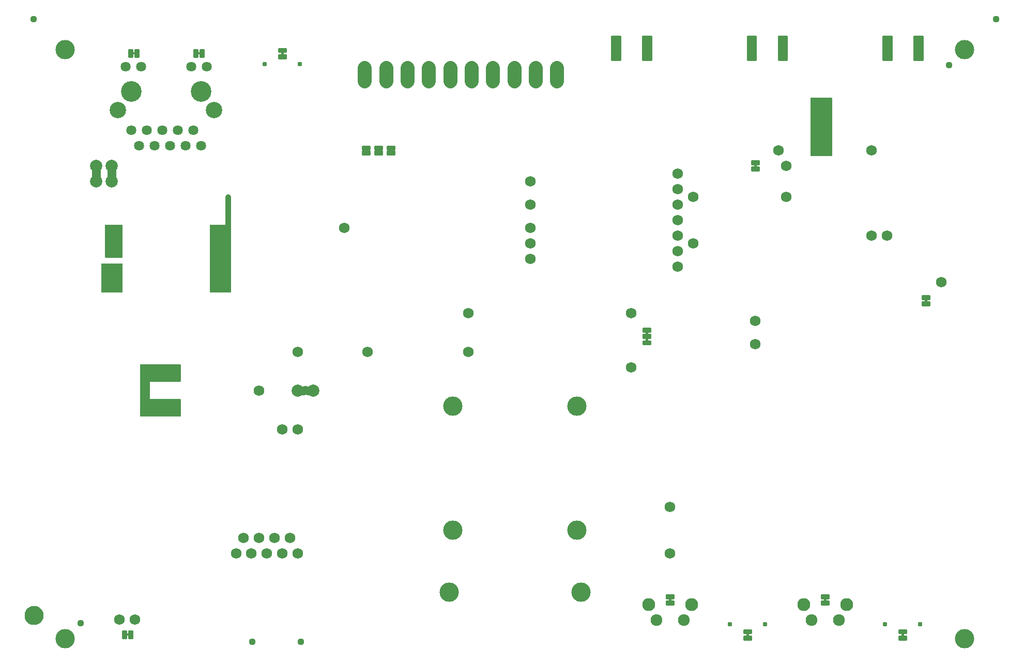
<source format=gbs>
G04 EAGLE Gerber RS-274X export*
G75*
%MOMM*%
%FSLAX34Y34*%
%LPD*%
%INSoldermask Bottom*%
%IPPOS*%
%AMOC8*
5,1,8,0,0,1.08239X$1,22.5*%
G01*
%ADD10C,0.965200*%
%ADD11C,1.127000*%
%ADD12C,3.175000*%
%ADD13C,0.777000*%
%ADD14C,0.228344*%
%ADD15C,1.727000*%
%ADD16C,0.227778*%
%ADD17C,3.377000*%
%ADD18C,2.677000*%
%ADD19C,1.627000*%
%ADD20C,0.228600*%
%ADD21C,2.006600*%
%ADD22C,2.327000*%
%ADD23C,1.927000*%
%ADD24C,2.127000*%
%ADD25C,1.270000*%

G36*
X213418Y388883D02*
X213418Y388883D01*
X213476Y388881D01*
X213558Y388903D01*
X213642Y388915D01*
X213695Y388939D01*
X213751Y388953D01*
X213824Y388996D01*
X213901Y389031D01*
X213946Y389069D01*
X213996Y389099D01*
X214054Y389160D01*
X214118Y389215D01*
X214150Y389263D01*
X214190Y389306D01*
X214229Y389381D01*
X214276Y389451D01*
X214293Y389507D01*
X214320Y389559D01*
X214331Y389627D01*
X214361Y389722D01*
X214364Y389822D01*
X214375Y389890D01*
X214375Y416560D01*
X214367Y416618D01*
X214369Y416676D01*
X214347Y416758D01*
X214335Y416842D01*
X214312Y416895D01*
X214297Y416951D01*
X214254Y417024D01*
X214219Y417101D01*
X214181Y417146D01*
X214152Y417196D01*
X214090Y417254D01*
X214036Y417318D01*
X213987Y417350D01*
X213944Y417390D01*
X213869Y417429D01*
X213799Y417476D01*
X213743Y417493D01*
X213691Y417520D01*
X213623Y417531D01*
X213528Y417561D01*
X213428Y417564D01*
X213360Y417575D01*
X163575Y417575D01*
X163575Y446025D01*
X213360Y446025D01*
X213418Y446033D01*
X213476Y446031D01*
X213558Y446053D01*
X213642Y446065D01*
X213695Y446089D01*
X213751Y446103D01*
X213824Y446146D01*
X213901Y446181D01*
X213946Y446219D01*
X213996Y446249D01*
X214054Y446310D01*
X214118Y446365D01*
X214150Y446413D01*
X214190Y446456D01*
X214229Y446531D01*
X214276Y446601D01*
X214293Y446657D01*
X214320Y446709D01*
X214331Y446777D01*
X214361Y446872D01*
X214364Y446972D01*
X214375Y447040D01*
X214375Y473710D01*
X214367Y473768D01*
X214369Y473826D01*
X214347Y473908D01*
X214335Y473992D01*
X214312Y474045D01*
X214297Y474101D01*
X214254Y474174D01*
X214219Y474251D01*
X214181Y474296D01*
X214152Y474346D01*
X214090Y474404D01*
X214036Y474468D01*
X213987Y474500D01*
X213944Y474540D01*
X213869Y474579D01*
X213799Y474626D01*
X213743Y474643D01*
X213691Y474670D01*
X213623Y474681D01*
X213528Y474711D01*
X213428Y474714D01*
X213360Y474725D01*
X148590Y474725D01*
X148532Y474717D01*
X148474Y474719D01*
X148392Y474697D01*
X148309Y474685D01*
X148255Y474662D01*
X148199Y474647D01*
X148126Y474604D01*
X148049Y474569D01*
X148004Y474531D01*
X147954Y474502D01*
X147896Y474440D01*
X147832Y474386D01*
X147800Y474337D01*
X147760Y474294D01*
X147721Y474219D01*
X147675Y474149D01*
X147657Y474093D01*
X147630Y474041D01*
X147619Y473973D01*
X147589Y473878D01*
X147586Y473778D01*
X147575Y473710D01*
X147575Y389890D01*
X147583Y389832D01*
X147581Y389774D01*
X147603Y389692D01*
X147615Y389609D01*
X147639Y389555D01*
X147653Y389499D01*
X147696Y389426D01*
X147731Y389349D01*
X147769Y389304D01*
X147799Y389254D01*
X147860Y389196D01*
X147915Y389132D01*
X147963Y389100D01*
X148006Y389060D01*
X148081Y389021D01*
X148151Y388975D01*
X148207Y388957D01*
X148259Y388930D01*
X148327Y388919D01*
X148422Y388889D01*
X148522Y388886D01*
X148590Y388875D01*
X213360Y388875D01*
X213418Y388883D01*
G37*
G36*
X295968Y592083D02*
X295968Y592083D01*
X296026Y592081D01*
X296108Y592103D01*
X296192Y592115D01*
X296245Y592139D01*
X296301Y592153D01*
X296374Y592196D01*
X296451Y592231D01*
X296496Y592269D01*
X296546Y592299D01*
X296604Y592360D01*
X296668Y592415D01*
X296700Y592463D01*
X296740Y592506D01*
X296779Y592581D01*
X296826Y592651D01*
X296843Y592707D01*
X296870Y592759D01*
X296881Y592827D01*
X296911Y592922D01*
X296914Y593022D01*
X296925Y593090D01*
X296925Y702310D01*
X296917Y702368D01*
X296919Y702426D01*
X296897Y702508D01*
X296885Y702592D01*
X296862Y702645D01*
X296847Y702701D01*
X296804Y702774D01*
X296769Y702851D01*
X296731Y702896D01*
X296702Y702946D01*
X296640Y703004D01*
X296586Y703068D01*
X296537Y703100D01*
X296494Y703140D01*
X296419Y703179D01*
X296349Y703226D01*
X296293Y703243D01*
X296241Y703270D01*
X296173Y703281D01*
X296078Y703311D01*
X295978Y703314D01*
X295910Y703325D01*
X262890Y703325D01*
X262832Y703317D01*
X262774Y703319D01*
X262692Y703297D01*
X262609Y703285D01*
X262555Y703262D01*
X262499Y703247D01*
X262426Y703204D01*
X262349Y703169D01*
X262304Y703131D01*
X262254Y703102D01*
X262196Y703040D01*
X262132Y702986D01*
X262100Y702937D01*
X262060Y702894D01*
X262021Y702819D01*
X261975Y702749D01*
X261957Y702693D01*
X261930Y702641D01*
X261919Y702573D01*
X261889Y702478D01*
X261886Y702378D01*
X261875Y702310D01*
X261875Y593090D01*
X261883Y593032D01*
X261881Y592974D01*
X261903Y592892D01*
X261915Y592809D01*
X261939Y592755D01*
X261953Y592699D01*
X261996Y592626D01*
X262031Y592549D01*
X262069Y592504D01*
X262099Y592454D01*
X262160Y592396D01*
X262215Y592332D01*
X262263Y592300D01*
X262306Y592260D01*
X262381Y592221D01*
X262451Y592175D01*
X262507Y592157D01*
X262559Y592130D01*
X262627Y592119D01*
X262722Y592089D01*
X262822Y592086D01*
X262890Y592075D01*
X295910Y592075D01*
X295968Y592083D01*
G37*
G36*
X1280218Y815603D02*
X1280218Y815603D01*
X1280276Y815601D01*
X1280358Y815623D01*
X1280442Y815635D01*
X1280495Y815659D01*
X1280551Y815673D01*
X1280624Y815716D01*
X1280701Y815751D01*
X1280746Y815789D01*
X1280796Y815819D01*
X1280854Y815880D01*
X1280918Y815935D01*
X1280950Y815983D01*
X1280990Y816026D01*
X1281029Y816101D01*
X1281076Y816171D01*
X1281093Y816227D01*
X1281120Y816279D01*
X1281131Y816347D01*
X1281161Y816442D01*
X1281164Y816542D01*
X1281175Y816610D01*
X1281175Y910590D01*
X1281167Y910648D01*
X1281169Y910706D01*
X1281147Y910788D01*
X1281135Y910872D01*
X1281112Y910925D01*
X1281097Y910981D01*
X1281054Y911054D01*
X1281019Y911131D01*
X1280981Y911176D01*
X1280952Y911226D01*
X1280890Y911284D01*
X1280836Y911348D01*
X1280787Y911380D01*
X1280744Y911420D01*
X1280669Y911459D01*
X1280599Y911506D01*
X1280543Y911523D01*
X1280491Y911550D01*
X1280423Y911561D01*
X1280328Y911591D01*
X1280228Y911594D01*
X1280160Y911605D01*
X1247140Y911605D01*
X1247082Y911597D01*
X1247024Y911599D01*
X1246942Y911577D01*
X1246859Y911565D01*
X1246805Y911542D01*
X1246749Y911527D01*
X1246676Y911484D01*
X1246599Y911449D01*
X1246554Y911411D01*
X1246504Y911382D01*
X1246446Y911320D01*
X1246382Y911266D01*
X1246350Y911217D01*
X1246310Y911174D01*
X1246271Y911099D01*
X1246225Y911029D01*
X1246207Y910973D01*
X1246180Y910921D01*
X1246169Y910853D01*
X1246139Y910758D01*
X1246136Y910658D01*
X1246125Y910590D01*
X1246125Y816610D01*
X1246133Y816552D01*
X1246131Y816494D01*
X1246153Y816412D01*
X1246165Y816329D01*
X1246189Y816275D01*
X1246203Y816219D01*
X1246246Y816146D01*
X1246281Y816069D01*
X1246319Y816024D01*
X1246349Y815974D01*
X1246410Y815916D01*
X1246465Y815852D01*
X1246513Y815820D01*
X1246556Y815780D01*
X1246631Y815741D01*
X1246701Y815695D01*
X1246757Y815677D01*
X1246809Y815650D01*
X1246877Y815639D01*
X1246972Y815609D01*
X1247072Y815606D01*
X1247140Y815595D01*
X1280160Y815595D01*
X1280218Y815603D01*
G37*
G36*
X118168Y592083D02*
X118168Y592083D01*
X118226Y592081D01*
X118308Y592103D01*
X118392Y592115D01*
X118445Y592139D01*
X118501Y592153D01*
X118574Y592196D01*
X118651Y592231D01*
X118696Y592269D01*
X118746Y592299D01*
X118804Y592360D01*
X118868Y592415D01*
X118900Y592463D01*
X118940Y592506D01*
X118979Y592581D01*
X119026Y592651D01*
X119043Y592707D01*
X119070Y592759D01*
X119081Y592827D01*
X119111Y592922D01*
X119114Y593022D01*
X119125Y593090D01*
X119125Y638810D01*
X119118Y638863D01*
X119119Y638893D01*
X119118Y638896D01*
X119119Y638926D01*
X119097Y639008D01*
X119085Y639092D01*
X119062Y639145D01*
X119047Y639201D01*
X119004Y639274D01*
X118969Y639351D01*
X118931Y639396D01*
X118902Y639446D01*
X118840Y639504D01*
X118786Y639568D01*
X118737Y639600D01*
X118694Y639640D01*
X118619Y639679D01*
X118549Y639726D01*
X118493Y639743D01*
X118441Y639770D01*
X118373Y639781D01*
X118278Y639811D01*
X118178Y639814D01*
X118110Y639825D01*
X85090Y639825D01*
X85032Y639817D01*
X84974Y639819D01*
X84892Y639797D01*
X84809Y639785D01*
X84755Y639762D01*
X84699Y639747D01*
X84626Y639704D01*
X84549Y639669D01*
X84504Y639631D01*
X84454Y639602D01*
X84396Y639540D01*
X84332Y639486D01*
X84300Y639437D01*
X84260Y639394D01*
X84221Y639319D01*
X84175Y639249D01*
X84157Y639193D01*
X84130Y639141D01*
X84119Y639073D01*
X84089Y638978D01*
X84086Y638878D01*
X84075Y638810D01*
X84075Y593090D01*
X84083Y593032D01*
X84081Y592974D01*
X84103Y592892D01*
X84115Y592809D01*
X84139Y592755D01*
X84153Y592699D01*
X84196Y592626D01*
X84231Y592549D01*
X84269Y592504D01*
X84299Y592454D01*
X84360Y592396D01*
X84415Y592332D01*
X84463Y592300D01*
X84506Y592260D01*
X84581Y592221D01*
X84651Y592175D01*
X84707Y592157D01*
X84759Y592130D01*
X84827Y592119D01*
X84922Y592089D01*
X85022Y592086D01*
X85090Y592075D01*
X118110Y592075D01*
X118168Y592083D01*
G37*
G36*
X118168Y649233D02*
X118168Y649233D01*
X118226Y649231D01*
X118308Y649253D01*
X118392Y649265D01*
X118445Y649289D01*
X118501Y649303D01*
X118574Y649346D01*
X118651Y649381D01*
X118696Y649419D01*
X118746Y649449D01*
X118804Y649510D01*
X118868Y649565D01*
X118900Y649613D01*
X118940Y649656D01*
X118979Y649731D01*
X119026Y649801D01*
X119043Y649857D01*
X119070Y649909D01*
X119081Y649977D01*
X119111Y650072D01*
X119114Y650172D01*
X119125Y650240D01*
X119125Y702310D01*
X119117Y702368D01*
X119119Y702426D01*
X119097Y702508D01*
X119085Y702592D01*
X119062Y702645D01*
X119047Y702701D01*
X119004Y702774D01*
X118969Y702851D01*
X118931Y702896D01*
X118902Y702946D01*
X118840Y703004D01*
X118786Y703068D01*
X118737Y703100D01*
X118694Y703140D01*
X118619Y703179D01*
X118549Y703226D01*
X118493Y703243D01*
X118441Y703270D01*
X118373Y703281D01*
X118278Y703311D01*
X118178Y703314D01*
X118110Y703325D01*
X91440Y703325D01*
X91382Y703317D01*
X91324Y703319D01*
X91242Y703297D01*
X91159Y703285D01*
X91105Y703262D01*
X91049Y703247D01*
X90976Y703204D01*
X90899Y703169D01*
X90854Y703131D01*
X90804Y703102D01*
X90746Y703040D01*
X90682Y702986D01*
X90650Y702937D01*
X90610Y702894D01*
X90571Y702819D01*
X90525Y702749D01*
X90507Y702693D01*
X90480Y702641D01*
X90469Y702573D01*
X90439Y702478D01*
X90436Y702378D01*
X90425Y702310D01*
X90425Y650240D01*
X90433Y650182D01*
X90431Y650124D01*
X90453Y650042D01*
X90465Y649959D01*
X90489Y649905D01*
X90503Y649849D01*
X90546Y649776D01*
X90581Y649699D01*
X90619Y649654D01*
X90649Y649604D01*
X90710Y649546D01*
X90765Y649482D01*
X90813Y649450D01*
X90856Y649410D01*
X90931Y649371D01*
X91001Y649325D01*
X91057Y649307D01*
X91109Y649280D01*
X91177Y649269D01*
X91272Y649239D01*
X91372Y649236D01*
X91440Y649225D01*
X118110Y649225D01*
X118168Y649233D01*
G37*
G36*
X82869Y784872D02*
X82869Y784872D01*
X82935Y784874D01*
X82978Y784892D01*
X83025Y784900D01*
X83082Y784934D01*
X83142Y784959D01*
X83177Y784990D01*
X83218Y785015D01*
X83260Y785066D01*
X83308Y785110D01*
X83330Y785152D01*
X83359Y785189D01*
X83380Y785251D01*
X83411Y785310D01*
X83419Y785364D01*
X83431Y785401D01*
X83430Y785441D01*
X83438Y785495D01*
X83438Y789305D01*
X83427Y789370D01*
X83425Y789436D01*
X83407Y789479D01*
X83399Y789526D01*
X83365Y789583D01*
X83340Y789643D01*
X83309Y789678D01*
X83284Y789719D01*
X83233Y789761D01*
X83189Y789809D01*
X83147Y789831D01*
X83110Y789860D01*
X83048Y789881D01*
X82989Y789912D01*
X82935Y789920D01*
X82898Y789932D01*
X82858Y789931D01*
X82804Y789939D01*
X69596Y789939D01*
X69531Y789928D01*
X69465Y789926D01*
X69422Y789908D01*
X69375Y789900D01*
X69318Y789866D01*
X69258Y789841D01*
X69223Y789810D01*
X69182Y789785D01*
X69141Y789734D01*
X69092Y789690D01*
X69070Y789648D01*
X69041Y789611D01*
X69020Y789549D01*
X68989Y789490D01*
X68981Y789436D01*
X68969Y789399D01*
X68969Y789395D01*
X68969Y789394D01*
X68970Y789359D01*
X68962Y789305D01*
X68962Y785495D01*
X68973Y785430D01*
X68975Y785364D01*
X68993Y785321D01*
X69001Y785274D01*
X69035Y785217D01*
X69060Y785157D01*
X69091Y785122D01*
X69116Y785081D01*
X69167Y785040D01*
X69211Y784991D01*
X69253Y784969D01*
X69290Y784940D01*
X69352Y784919D01*
X69411Y784888D01*
X69465Y784880D01*
X69502Y784868D01*
X69542Y784869D01*
X69596Y784861D01*
X82804Y784861D01*
X82869Y784872D01*
G37*
G36*
X108269Y784872D02*
X108269Y784872D01*
X108335Y784874D01*
X108378Y784892D01*
X108425Y784900D01*
X108482Y784934D01*
X108542Y784959D01*
X108577Y784990D01*
X108618Y785015D01*
X108660Y785066D01*
X108708Y785110D01*
X108730Y785152D01*
X108759Y785189D01*
X108780Y785251D01*
X108811Y785310D01*
X108819Y785364D01*
X108831Y785401D01*
X108830Y785441D01*
X108838Y785495D01*
X108838Y789305D01*
X108827Y789370D01*
X108825Y789436D01*
X108807Y789479D01*
X108799Y789526D01*
X108765Y789583D01*
X108740Y789643D01*
X108709Y789678D01*
X108684Y789719D01*
X108633Y789761D01*
X108589Y789809D01*
X108547Y789831D01*
X108510Y789860D01*
X108448Y789881D01*
X108389Y789912D01*
X108335Y789920D01*
X108298Y789932D01*
X108258Y789931D01*
X108204Y789939D01*
X94996Y789939D01*
X94931Y789928D01*
X94865Y789926D01*
X94822Y789908D01*
X94775Y789900D01*
X94718Y789866D01*
X94658Y789841D01*
X94623Y789810D01*
X94582Y789785D01*
X94541Y789734D01*
X94492Y789690D01*
X94470Y789648D01*
X94441Y789611D01*
X94420Y789549D01*
X94389Y789490D01*
X94381Y789436D01*
X94369Y789399D01*
X94369Y789395D01*
X94369Y789394D01*
X94370Y789359D01*
X94362Y789305D01*
X94362Y785495D01*
X94373Y785430D01*
X94375Y785364D01*
X94393Y785321D01*
X94401Y785274D01*
X94435Y785217D01*
X94460Y785157D01*
X94491Y785122D01*
X94516Y785081D01*
X94567Y785040D01*
X94611Y784991D01*
X94653Y784969D01*
X94690Y784940D01*
X94752Y784919D01*
X94811Y784888D01*
X94865Y784880D01*
X94902Y784868D01*
X94942Y784869D01*
X94996Y784861D01*
X108204Y784861D01*
X108269Y784872D01*
G37*
G36*
X421070Y424573D02*
X421070Y424573D01*
X421136Y424575D01*
X421179Y424593D01*
X421226Y424601D01*
X421283Y424635D01*
X421343Y424660D01*
X421378Y424691D01*
X421419Y424716D01*
X421461Y424767D01*
X421509Y424811D01*
X421531Y424853D01*
X421560Y424890D01*
X421581Y424952D01*
X421612Y425011D01*
X421620Y425065D01*
X421632Y425102D01*
X421631Y425142D01*
X421639Y425196D01*
X421639Y438404D01*
X421628Y438469D01*
X421626Y438535D01*
X421608Y438578D01*
X421600Y438625D01*
X421566Y438682D01*
X421541Y438742D01*
X421510Y438777D01*
X421485Y438818D01*
X421434Y438860D01*
X421390Y438908D01*
X421348Y438930D01*
X421311Y438959D01*
X421249Y438980D01*
X421190Y439011D01*
X421136Y439019D01*
X421099Y439031D01*
X421059Y439030D01*
X421005Y439038D01*
X417195Y439038D01*
X417130Y439027D01*
X417064Y439025D01*
X417021Y439007D01*
X416974Y438999D01*
X416917Y438965D01*
X416857Y438940D01*
X416822Y438909D01*
X416781Y438884D01*
X416740Y438833D01*
X416691Y438789D01*
X416669Y438747D01*
X416640Y438710D01*
X416619Y438648D01*
X416588Y438589D01*
X416580Y438535D01*
X416568Y438498D01*
X416569Y438458D01*
X416561Y438404D01*
X416561Y425196D01*
X416572Y425131D01*
X416574Y425065D01*
X416592Y425022D01*
X416600Y424975D01*
X416634Y424918D01*
X416659Y424858D01*
X416690Y424823D01*
X416715Y424782D01*
X416766Y424741D01*
X416810Y424692D01*
X416852Y424670D01*
X416889Y424641D01*
X416951Y424620D01*
X417010Y424589D01*
X417064Y424581D01*
X417101Y424569D01*
X417141Y424570D01*
X417195Y424562D01*
X421005Y424562D01*
X421070Y424573D01*
G37*
G36*
X1017335Y86372D02*
X1017335Y86372D01*
X1017401Y86374D01*
X1017444Y86392D01*
X1017491Y86400D01*
X1017548Y86434D01*
X1017608Y86459D01*
X1017643Y86490D01*
X1017684Y86515D01*
X1017726Y86566D01*
X1017774Y86610D01*
X1017796Y86652D01*
X1017825Y86689D01*
X1017846Y86751D01*
X1017877Y86810D01*
X1017885Y86864D01*
X1017897Y86901D01*
X1017896Y86941D01*
X1017904Y86995D01*
X1017904Y90805D01*
X1017893Y90870D01*
X1017891Y90936D01*
X1017873Y90979D01*
X1017865Y91026D01*
X1017831Y91083D01*
X1017806Y91143D01*
X1017775Y91178D01*
X1017750Y91219D01*
X1017699Y91261D01*
X1017655Y91309D01*
X1017613Y91331D01*
X1017576Y91360D01*
X1017514Y91381D01*
X1017455Y91412D01*
X1017401Y91420D01*
X1017364Y91432D01*
X1017324Y91431D01*
X1017270Y91439D01*
X1014730Y91439D01*
X1014665Y91428D01*
X1014599Y91426D01*
X1014556Y91408D01*
X1014509Y91400D01*
X1014452Y91366D01*
X1014392Y91341D01*
X1014357Y91310D01*
X1014316Y91285D01*
X1014275Y91234D01*
X1014226Y91190D01*
X1014204Y91148D01*
X1014175Y91111D01*
X1014154Y91049D01*
X1014123Y90990D01*
X1014115Y90936D01*
X1014103Y90899D01*
X1014103Y90895D01*
X1014103Y90894D01*
X1014104Y90859D01*
X1014096Y90805D01*
X1014096Y86995D01*
X1014107Y86930D01*
X1014109Y86864D01*
X1014127Y86821D01*
X1014135Y86774D01*
X1014169Y86717D01*
X1014194Y86657D01*
X1014225Y86622D01*
X1014250Y86581D01*
X1014301Y86540D01*
X1014345Y86491D01*
X1014387Y86469D01*
X1014424Y86440D01*
X1014486Y86419D01*
X1014545Y86388D01*
X1014599Y86380D01*
X1014636Y86368D01*
X1014676Y86369D01*
X1014730Y86361D01*
X1017270Y86361D01*
X1017335Y86372D01*
G37*
G36*
X1271335Y86372D02*
X1271335Y86372D01*
X1271401Y86374D01*
X1271444Y86392D01*
X1271491Y86400D01*
X1271548Y86434D01*
X1271608Y86459D01*
X1271643Y86490D01*
X1271684Y86515D01*
X1271726Y86566D01*
X1271774Y86610D01*
X1271796Y86652D01*
X1271825Y86689D01*
X1271846Y86751D01*
X1271877Y86810D01*
X1271885Y86864D01*
X1271897Y86901D01*
X1271896Y86941D01*
X1271904Y86995D01*
X1271904Y90805D01*
X1271893Y90870D01*
X1271891Y90936D01*
X1271873Y90979D01*
X1271865Y91026D01*
X1271831Y91083D01*
X1271806Y91143D01*
X1271775Y91178D01*
X1271750Y91219D01*
X1271699Y91261D01*
X1271655Y91309D01*
X1271613Y91331D01*
X1271576Y91360D01*
X1271514Y91381D01*
X1271455Y91412D01*
X1271401Y91420D01*
X1271364Y91432D01*
X1271324Y91431D01*
X1271270Y91439D01*
X1268730Y91439D01*
X1268665Y91428D01*
X1268599Y91426D01*
X1268556Y91408D01*
X1268509Y91400D01*
X1268452Y91366D01*
X1268392Y91341D01*
X1268357Y91310D01*
X1268316Y91285D01*
X1268275Y91234D01*
X1268226Y91190D01*
X1268204Y91148D01*
X1268175Y91111D01*
X1268154Y91049D01*
X1268123Y90990D01*
X1268115Y90936D01*
X1268103Y90899D01*
X1268103Y90895D01*
X1268103Y90894D01*
X1268104Y90859D01*
X1268096Y90805D01*
X1268096Y86995D01*
X1268107Y86930D01*
X1268109Y86864D01*
X1268127Y86821D01*
X1268135Y86774D01*
X1268169Y86717D01*
X1268194Y86657D01*
X1268225Y86622D01*
X1268250Y86581D01*
X1268301Y86540D01*
X1268345Y86491D01*
X1268387Y86469D01*
X1268424Y86440D01*
X1268486Y86419D01*
X1268545Y86388D01*
X1268599Y86380D01*
X1268636Y86368D01*
X1268676Y86369D01*
X1268730Y86361D01*
X1271270Y86361D01*
X1271335Y86372D01*
G37*
G36*
X382335Y981722D02*
X382335Y981722D01*
X382401Y981724D01*
X382444Y981742D01*
X382491Y981750D01*
X382548Y981784D01*
X382608Y981809D01*
X382643Y981840D01*
X382684Y981865D01*
X382726Y981916D01*
X382774Y981960D01*
X382796Y982002D01*
X382825Y982039D01*
X382846Y982101D01*
X382877Y982160D01*
X382885Y982214D01*
X382897Y982251D01*
X382896Y982291D01*
X382904Y982345D01*
X382904Y986155D01*
X382893Y986220D01*
X382891Y986286D01*
X382873Y986329D01*
X382865Y986376D01*
X382831Y986433D01*
X382806Y986493D01*
X382775Y986528D01*
X382750Y986569D01*
X382699Y986611D01*
X382655Y986659D01*
X382613Y986681D01*
X382576Y986710D01*
X382514Y986731D01*
X382455Y986762D01*
X382401Y986770D01*
X382364Y986782D01*
X382324Y986781D01*
X382270Y986789D01*
X379730Y986789D01*
X379665Y986778D01*
X379599Y986776D01*
X379556Y986758D01*
X379509Y986750D01*
X379452Y986716D01*
X379392Y986691D01*
X379357Y986660D01*
X379316Y986635D01*
X379275Y986584D01*
X379226Y986540D01*
X379204Y986498D01*
X379175Y986461D01*
X379154Y986399D01*
X379123Y986340D01*
X379115Y986286D01*
X379103Y986249D01*
X379103Y986245D01*
X379103Y986244D01*
X379104Y986209D01*
X379096Y986155D01*
X379096Y982345D01*
X379107Y982280D01*
X379109Y982214D01*
X379127Y982171D01*
X379135Y982124D01*
X379169Y982067D01*
X379194Y982007D01*
X379225Y981972D01*
X379250Y981931D01*
X379301Y981890D01*
X379345Y981841D01*
X379387Y981819D01*
X379424Y981790D01*
X379486Y981769D01*
X379545Y981738D01*
X379599Y981730D01*
X379636Y981718D01*
X379676Y981719D01*
X379730Y981711D01*
X382270Y981711D01*
X382335Y981722D01*
G37*
G36*
X1157035Y797572D02*
X1157035Y797572D01*
X1157101Y797574D01*
X1157144Y797592D01*
X1157191Y797600D01*
X1157248Y797634D01*
X1157308Y797659D01*
X1157343Y797690D01*
X1157384Y797715D01*
X1157426Y797766D01*
X1157474Y797810D01*
X1157496Y797852D01*
X1157525Y797889D01*
X1157546Y797951D01*
X1157577Y798010D01*
X1157585Y798064D01*
X1157597Y798101D01*
X1157596Y798141D01*
X1157604Y798195D01*
X1157604Y802005D01*
X1157593Y802070D01*
X1157591Y802136D01*
X1157573Y802179D01*
X1157565Y802226D01*
X1157531Y802283D01*
X1157506Y802343D01*
X1157475Y802378D01*
X1157450Y802419D01*
X1157399Y802461D01*
X1157355Y802509D01*
X1157313Y802531D01*
X1157276Y802560D01*
X1157214Y802581D01*
X1157155Y802612D01*
X1157101Y802620D01*
X1157064Y802632D01*
X1157024Y802631D01*
X1156970Y802639D01*
X1154430Y802639D01*
X1154365Y802628D01*
X1154299Y802626D01*
X1154256Y802608D01*
X1154209Y802600D01*
X1154152Y802566D01*
X1154092Y802541D01*
X1154057Y802510D01*
X1154016Y802485D01*
X1153975Y802434D01*
X1153926Y802390D01*
X1153904Y802348D01*
X1153875Y802311D01*
X1153854Y802249D01*
X1153823Y802190D01*
X1153815Y802136D01*
X1153803Y802099D01*
X1153803Y802095D01*
X1153803Y802094D01*
X1153804Y802059D01*
X1153796Y802005D01*
X1153796Y798195D01*
X1153807Y798130D01*
X1153809Y798064D01*
X1153827Y798021D01*
X1153835Y797974D01*
X1153869Y797917D01*
X1153894Y797857D01*
X1153925Y797822D01*
X1153950Y797781D01*
X1154001Y797740D01*
X1154045Y797691D01*
X1154087Y797669D01*
X1154124Y797640D01*
X1154186Y797619D01*
X1154245Y797588D01*
X1154299Y797580D01*
X1154336Y797568D01*
X1154376Y797569D01*
X1154430Y797561D01*
X1156970Y797561D01*
X1157035Y797572D01*
G37*
G36*
X1436435Y576592D02*
X1436435Y576592D01*
X1436501Y576594D01*
X1436544Y576612D01*
X1436591Y576620D01*
X1436648Y576654D01*
X1436708Y576679D01*
X1436743Y576710D01*
X1436784Y576735D01*
X1436826Y576786D01*
X1436874Y576830D01*
X1436896Y576872D01*
X1436925Y576909D01*
X1436946Y576971D01*
X1436977Y577030D01*
X1436985Y577084D01*
X1436997Y577121D01*
X1436996Y577161D01*
X1437004Y577215D01*
X1437004Y581025D01*
X1436993Y581090D01*
X1436991Y581156D01*
X1436973Y581199D01*
X1436965Y581246D01*
X1436931Y581303D01*
X1436906Y581363D01*
X1436875Y581398D01*
X1436850Y581439D01*
X1436799Y581481D01*
X1436755Y581529D01*
X1436713Y581551D01*
X1436676Y581580D01*
X1436614Y581601D01*
X1436555Y581632D01*
X1436501Y581640D01*
X1436464Y581652D01*
X1436424Y581651D01*
X1436370Y581659D01*
X1433830Y581659D01*
X1433765Y581648D01*
X1433699Y581646D01*
X1433656Y581628D01*
X1433609Y581620D01*
X1433552Y581586D01*
X1433492Y581561D01*
X1433457Y581530D01*
X1433416Y581505D01*
X1433375Y581454D01*
X1433326Y581410D01*
X1433304Y581368D01*
X1433275Y581331D01*
X1433254Y581269D01*
X1433223Y581210D01*
X1433215Y581156D01*
X1433203Y581119D01*
X1433203Y581115D01*
X1433203Y581114D01*
X1433204Y581079D01*
X1433196Y581025D01*
X1433196Y577215D01*
X1433207Y577150D01*
X1433209Y577084D01*
X1433227Y577041D01*
X1433235Y576994D01*
X1433269Y576937D01*
X1433294Y576877D01*
X1433325Y576842D01*
X1433350Y576801D01*
X1433401Y576760D01*
X1433445Y576711D01*
X1433487Y576689D01*
X1433524Y576660D01*
X1433586Y576639D01*
X1433645Y576608D01*
X1433699Y576600D01*
X1433736Y576588D01*
X1433776Y576589D01*
X1433830Y576581D01*
X1436370Y576581D01*
X1436435Y576592D01*
G37*
G36*
X979235Y523252D02*
X979235Y523252D01*
X979301Y523254D01*
X979344Y523272D01*
X979391Y523280D01*
X979448Y523314D01*
X979508Y523339D01*
X979543Y523370D01*
X979584Y523395D01*
X979626Y523446D01*
X979674Y523490D01*
X979696Y523532D01*
X979725Y523569D01*
X979746Y523631D01*
X979777Y523690D01*
X979785Y523744D01*
X979797Y523781D01*
X979796Y523821D01*
X979804Y523875D01*
X979804Y527685D01*
X979793Y527750D01*
X979791Y527816D01*
X979773Y527859D01*
X979765Y527906D01*
X979731Y527963D01*
X979706Y528023D01*
X979675Y528058D01*
X979650Y528099D01*
X979599Y528141D01*
X979555Y528189D01*
X979513Y528211D01*
X979476Y528240D01*
X979414Y528261D01*
X979355Y528292D01*
X979301Y528300D01*
X979264Y528312D01*
X979224Y528311D01*
X979170Y528319D01*
X976630Y528319D01*
X976565Y528308D01*
X976499Y528306D01*
X976456Y528288D01*
X976409Y528280D01*
X976352Y528246D01*
X976292Y528221D01*
X976257Y528190D01*
X976216Y528165D01*
X976175Y528114D01*
X976126Y528070D01*
X976104Y528028D01*
X976075Y527991D01*
X976054Y527929D01*
X976023Y527870D01*
X976015Y527816D01*
X976003Y527779D01*
X976003Y527775D01*
X976003Y527774D01*
X976004Y527739D01*
X975996Y527685D01*
X975996Y523875D01*
X976007Y523810D01*
X976009Y523744D01*
X976027Y523701D01*
X976035Y523654D01*
X976069Y523597D01*
X976094Y523537D01*
X976125Y523502D01*
X976150Y523461D01*
X976201Y523420D01*
X976245Y523371D01*
X976287Y523349D01*
X976324Y523320D01*
X976386Y523299D01*
X976445Y523268D01*
X976499Y523260D01*
X976536Y523248D01*
X976576Y523249D01*
X976630Y523241D01*
X979170Y523241D01*
X979235Y523252D01*
G37*
G36*
X979235Y513092D02*
X979235Y513092D01*
X979301Y513094D01*
X979344Y513112D01*
X979391Y513120D01*
X979448Y513154D01*
X979508Y513179D01*
X979543Y513210D01*
X979584Y513235D01*
X979626Y513286D01*
X979674Y513330D01*
X979696Y513372D01*
X979725Y513409D01*
X979746Y513471D01*
X979777Y513530D01*
X979785Y513584D01*
X979797Y513621D01*
X979796Y513661D01*
X979804Y513715D01*
X979804Y517525D01*
X979793Y517590D01*
X979791Y517656D01*
X979773Y517699D01*
X979765Y517746D01*
X979731Y517803D01*
X979706Y517863D01*
X979675Y517898D01*
X979650Y517939D01*
X979599Y517981D01*
X979555Y518029D01*
X979513Y518051D01*
X979476Y518080D01*
X979414Y518101D01*
X979355Y518132D01*
X979301Y518140D01*
X979264Y518152D01*
X979224Y518151D01*
X979170Y518159D01*
X976630Y518159D01*
X976565Y518148D01*
X976499Y518146D01*
X976456Y518128D01*
X976409Y518120D01*
X976352Y518086D01*
X976292Y518061D01*
X976257Y518030D01*
X976216Y518005D01*
X976175Y517954D01*
X976126Y517910D01*
X976104Y517868D01*
X976075Y517831D01*
X976054Y517769D01*
X976023Y517710D01*
X976015Y517656D01*
X976003Y517619D01*
X976003Y517615D01*
X976003Y517614D01*
X976004Y517579D01*
X975996Y517525D01*
X975996Y513715D01*
X976007Y513650D01*
X976009Y513584D01*
X976027Y513541D01*
X976035Y513494D01*
X976069Y513437D01*
X976094Y513377D01*
X976125Y513342D01*
X976150Y513301D01*
X976201Y513260D01*
X976245Y513211D01*
X976287Y513189D01*
X976324Y513160D01*
X976386Y513139D01*
X976445Y513108D01*
X976499Y513100D01*
X976536Y513088D01*
X976576Y513089D01*
X976630Y513081D01*
X979170Y513081D01*
X979235Y513092D01*
G37*
G36*
X1398335Y29222D02*
X1398335Y29222D01*
X1398401Y29224D01*
X1398444Y29242D01*
X1398491Y29250D01*
X1398548Y29284D01*
X1398608Y29309D01*
X1398643Y29340D01*
X1398684Y29365D01*
X1398726Y29416D01*
X1398774Y29460D01*
X1398796Y29502D01*
X1398825Y29539D01*
X1398846Y29601D01*
X1398877Y29660D01*
X1398885Y29714D01*
X1398897Y29751D01*
X1398896Y29791D01*
X1398904Y29845D01*
X1398904Y33655D01*
X1398893Y33720D01*
X1398891Y33786D01*
X1398873Y33829D01*
X1398865Y33876D01*
X1398831Y33933D01*
X1398806Y33993D01*
X1398775Y34028D01*
X1398750Y34069D01*
X1398699Y34111D01*
X1398655Y34159D01*
X1398613Y34181D01*
X1398576Y34210D01*
X1398514Y34231D01*
X1398455Y34262D01*
X1398401Y34270D01*
X1398364Y34282D01*
X1398324Y34281D01*
X1398270Y34289D01*
X1395730Y34289D01*
X1395665Y34278D01*
X1395599Y34276D01*
X1395556Y34258D01*
X1395509Y34250D01*
X1395452Y34216D01*
X1395392Y34191D01*
X1395357Y34160D01*
X1395316Y34135D01*
X1395275Y34084D01*
X1395226Y34040D01*
X1395204Y33998D01*
X1395175Y33961D01*
X1395154Y33899D01*
X1395123Y33840D01*
X1395115Y33786D01*
X1395103Y33749D01*
X1395103Y33745D01*
X1395103Y33744D01*
X1395104Y33709D01*
X1395096Y33655D01*
X1395096Y29845D01*
X1395107Y29780D01*
X1395109Y29714D01*
X1395127Y29671D01*
X1395135Y29624D01*
X1395169Y29567D01*
X1395194Y29507D01*
X1395225Y29472D01*
X1395250Y29431D01*
X1395301Y29390D01*
X1395345Y29341D01*
X1395387Y29319D01*
X1395424Y29290D01*
X1395486Y29269D01*
X1395545Y29238D01*
X1395599Y29230D01*
X1395636Y29218D01*
X1395676Y29219D01*
X1395730Y29211D01*
X1398270Y29211D01*
X1398335Y29222D01*
G37*
G36*
X1144335Y29222D02*
X1144335Y29222D01*
X1144401Y29224D01*
X1144444Y29242D01*
X1144491Y29250D01*
X1144548Y29284D01*
X1144608Y29309D01*
X1144643Y29340D01*
X1144684Y29365D01*
X1144726Y29416D01*
X1144774Y29460D01*
X1144796Y29502D01*
X1144825Y29539D01*
X1144846Y29601D01*
X1144877Y29660D01*
X1144885Y29714D01*
X1144897Y29751D01*
X1144896Y29791D01*
X1144904Y29845D01*
X1144904Y33655D01*
X1144893Y33720D01*
X1144891Y33786D01*
X1144873Y33829D01*
X1144865Y33876D01*
X1144831Y33933D01*
X1144806Y33993D01*
X1144775Y34028D01*
X1144750Y34069D01*
X1144699Y34111D01*
X1144655Y34159D01*
X1144613Y34181D01*
X1144576Y34210D01*
X1144514Y34231D01*
X1144455Y34262D01*
X1144401Y34270D01*
X1144364Y34282D01*
X1144324Y34281D01*
X1144270Y34289D01*
X1141730Y34289D01*
X1141665Y34278D01*
X1141599Y34276D01*
X1141556Y34258D01*
X1141509Y34250D01*
X1141452Y34216D01*
X1141392Y34191D01*
X1141357Y34160D01*
X1141316Y34135D01*
X1141275Y34084D01*
X1141226Y34040D01*
X1141204Y33998D01*
X1141175Y33961D01*
X1141154Y33899D01*
X1141123Y33840D01*
X1141115Y33786D01*
X1141103Y33749D01*
X1141103Y33745D01*
X1141103Y33744D01*
X1141104Y33709D01*
X1141096Y33655D01*
X1141096Y29845D01*
X1141107Y29780D01*
X1141109Y29714D01*
X1141127Y29671D01*
X1141135Y29624D01*
X1141169Y29567D01*
X1141194Y29507D01*
X1141225Y29472D01*
X1141250Y29431D01*
X1141301Y29390D01*
X1141345Y29341D01*
X1141387Y29319D01*
X1141424Y29290D01*
X1141486Y29269D01*
X1141545Y29238D01*
X1141599Y29230D01*
X1141636Y29218D01*
X1141676Y29219D01*
X1141730Y29211D01*
X1144270Y29211D01*
X1144335Y29222D01*
G37*
G36*
X139130Y982357D02*
X139130Y982357D01*
X139196Y982359D01*
X139239Y982377D01*
X139286Y982385D01*
X139343Y982419D01*
X139403Y982444D01*
X139438Y982475D01*
X139479Y982500D01*
X139521Y982551D01*
X139569Y982595D01*
X139591Y982637D01*
X139620Y982674D01*
X139641Y982736D01*
X139672Y982795D01*
X139680Y982849D01*
X139692Y982886D01*
X139691Y982926D01*
X139699Y982980D01*
X139699Y985520D01*
X139688Y985585D01*
X139686Y985651D01*
X139668Y985694D01*
X139660Y985741D01*
X139626Y985798D01*
X139601Y985858D01*
X139570Y985893D01*
X139545Y985934D01*
X139494Y985976D01*
X139450Y986024D01*
X139408Y986046D01*
X139371Y986075D01*
X139309Y986096D01*
X139250Y986127D01*
X139196Y986135D01*
X139159Y986147D01*
X139119Y986146D01*
X139065Y986154D01*
X135255Y986154D01*
X135190Y986143D01*
X135124Y986141D01*
X135081Y986123D01*
X135034Y986115D01*
X134977Y986081D01*
X134917Y986056D01*
X134882Y986025D01*
X134841Y986000D01*
X134800Y985949D01*
X134751Y985905D01*
X134729Y985863D01*
X134700Y985826D01*
X134679Y985764D01*
X134648Y985705D01*
X134640Y985651D01*
X134628Y985614D01*
X134628Y985611D01*
X134629Y985574D01*
X134621Y985520D01*
X134621Y982980D01*
X134632Y982915D01*
X134634Y982849D01*
X134652Y982806D01*
X134660Y982759D01*
X134694Y982702D01*
X134719Y982642D01*
X134750Y982607D01*
X134775Y982566D01*
X134826Y982525D01*
X134870Y982476D01*
X134912Y982454D01*
X134949Y982425D01*
X135011Y982404D01*
X135070Y982373D01*
X135124Y982365D01*
X135161Y982353D01*
X135201Y982354D01*
X135255Y982346D01*
X139065Y982346D01*
X139130Y982357D01*
G37*
G36*
X245810Y982357D02*
X245810Y982357D01*
X245876Y982359D01*
X245919Y982377D01*
X245966Y982385D01*
X246023Y982419D01*
X246083Y982444D01*
X246118Y982475D01*
X246159Y982500D01*
X246201Y982551D01*
X246249Y982595D01*
X246271Y982637D01*
X246300Y982674D01*
X246321Y982736D01*
X246352Y982795D01*
X246360Y982849D01*
X246372Y982886D01*
X246371Y982926D01*
X246379Y982980D01*
X246379Y985520D01*
X246368Y985585D01*
X246366Y985651D01*
X246348Y985694D01*
X246340Y985741D01*
X246306Y985798D01*
X246281Y985858D01*
X246250Y985893D01*
X246225Y985934D01*
X246174Y985976D01*
X246130Y986024D01*
X246088Y986046D01*
X246051Y986075D01*
X245989Y986096D01*
X245930Y986127D01*
X245876Y986135D01*
X245839Y986147D01*
X245799Y986146D01*
X245745Y986154D01*
X241935Y986154D01*
X241870Y986143D01*
X241804Y986141D01*
X241761Y986123D01*
X241714Y986115D01*
X241657Y986081D01*
X241597Y986056D01*
X241562Y986025D01*
X241521Y986000D01*
X241480Y985949D01*
X241431Y985905D01*
X241409Y985863D01*
X241380Y985826D01*
X241359Y985764D01*
X241328Y985705D01*
X241320Y985651D01*
X241308Y985614D01*
X241308Y985611D01*
X241309Y985574D01*
X241301Y985520D01*
X241301Y982980D01*
X241312Y982915D01*
X241314Y982849D01*
X241332Y982806D01*
X241340Y982759D01*
X241374Y982702D01*
X241399Y982642D01*
X241430Y982607D01*
X241455Y982566D01*
X241506Y982525D01*
X241550Y982476D01*
X241592Y982454D01*
X241629Y982425D01*
X241691Y982404D01*
X241750Y982373D01*
X241804Y982365D01*
X241841Y982353D01*
X241881Y982354D01*
X241935Y982346D01*
X245745Y982346D01*
X245810Y982357D01*
G37*
G36*
X128970Y29857D02*
X128970Y29857D01*
X129036Y29859D01*
X129079Y29877D01*
X129126Y29885D01*
X129183Y29919D01*
X129243Y29944D01*
X129278Y29975D01*
X129319Y30000D01*
X129361Y30051D01*
X129409Y30095D01*
X129431Y30137D01*
X129460Y30174D01*
X129481Y30236D01*
X129512Y30295D01*
X129520Y30349D01*
X129532Y30386D01*
X129531Y30426D01*
X129539Y30480D01*
X129539Y33020D01*
X129528Y33085D01*
X129526Y33151D01*
X129508Y33194D01*
X129500Y33241D01*
X129466Y33298D01*
X129441Y33358D01*
X129410Y33393D01*
X129385Y33434D01*
X129334Y33476D01*
X129290Y33524D01*
X129248Y33546D01*
X129211Y33575D01*
X129149Y33596D01*
X129090Y33627D01*
X129036Y33635D01*
X128999Y33647D01*
X128959Y33646D01*
X128905Y33654D01*
X125095Y33654D01*
X125030Y33643D01*
X124964Y33641D01*
X124921Y33623D01*
X124874Y33615D01*
X124817Y33581D01*
X124757Y33556D01*
X124722Y33525D01*
X124681Y33500D01*
X124640Y33449D01*
X124591Y33405D01*
X124569Y33363D01*
X124540Y33326D01*
X124519Y33264D01*
X124488Y33205D01*
X124480Y33151D01*
X124468Y33114D01*
X124468Y33111D01*
X124469Y33074D01*
X124461Y33020D01*
X124461Y30480D01*
X124472Y30415D01*
X124474Y30349D01*
X124492Y30306D01*
X124500Y30259D01*
X124534Y30202D01*
X124559Y30142D01*
X124590Y30107D01*
X124615Y30066D01*
X124666Y30025D01*
X124710Y29976D01*
X124752Y29954D01*
X124789Y29925D01*
X124851Y29904D01*
X124910Y29873D01*
X124964Y29865D01*
X125001Y29853D01*
X125041Y29854D01*
X125095Y29846D01*
X128905Y29846D01*
X128970Y29857D01*
G37*
D10*
X292100Y749300D02*
X292100Y698500D01*
D11*
X50800Y50800D03*
X1473200Y965200D03*
D12*
X1498600Y25400D03*
X1498600Y990600D03*
X25400Y990600D03*
D13*
X1114100Y49050D03*
X1171900Y49050D03*
D11*
X411500Y20320D03*
X331500Y20320D03*
D14*
X1137156Y34161D02*
X1137156Y39753D01*
X1148844Y39753D01*
X1148844Y34161D01*
X1137156Y34161D01*
X1137156Y36330D02*
X1148844Y36330D01*
X1148844Y38499D02*
X1137156Y38499D01*
X1137156Y29339D02*
X1137156Y23747D01*
X1137156Y29339D02*
X1148844Y29339D01*
X1148844Y23747D01*
X1137156Y23747D01*
X1137156Y25916D02*
X1148844Y25916D01*
X1148844Y28085D02*
X1137156Y28085D01*
X983744Y507490D02*
X983744Y513082D01*
X983744Y507490D02*
X972056Y507490D01*
X972056Y513082D01*
X983744Y513082D01*
X983744Y509659D02*
X972056Y509659D01*
X972056Y511828D02*
X983744Y511828D01*
X983744Y517904D02*
X983744Y523496D01*
X983744Y517904D02*
X972056Y517904D01*
X972056Y523496D01*
X983744Y523496D01*
X983744Y520073D02*
X972056Y520073D01*
X972056Y522242D02*
X983744Y522242D01*
X983744Y528318D02*
X983744Y533910D01*
X983744Y528318D02*
X972056Y528318D01*
X972056Y533910D01*
X983744Y533910D01*
X983744Y530487D02*
X972056Y530487D01*
X972056Y532656D02*
X983744Y532656D01*
D15*
X305435Y165100D03*
X520700Y495300D03*
D12*
X25400Y25400D03*
D15*
X1028700Y685800D03*
D16*
X1364604Y973644D02*
X1378596Y973644D01*
X1364604Y973644D02*
X1364604Y1012636D01*
X1378596Y1012636D01*
X1378596Y973644D01*
X1378596Y975808D02*
X1364604Y975808D01*
X1364604Y977972D02*
X1378596Y977972D01*
X1378596Y980136D02*
X1364604Y980136D01*
X1364604Y982300D02*
X1378596Y982300D01*
X1378596Y984464D02*
X1364604Y984464D01*
X1364604Y986628D02*
X1378596Y986628D01*
X1378596Y988792D02*
X1364604Y988792D01*
X1364604Y990956D02*
X1378596Y990956D01*
X1378596Y993120D02*
X1364604Y993120D01*
X1364604Y995284D02*
X1378596Y995284D01*
X1378596Y997448D02*
X1364604Y997448D01*
X1364604Y999612D02*
X1378596Y999612D01*
X1378596Y1001776D02*
X1364604Y1001776D01*
X1364604Y1003940D02*
X1378596Y1003940D01*
X1378596Y1006104D02*
X1364604Y1006104D01*
X1364604Y1008268D02*
X1378596Y1008268D01*
X1378596Y1010432D02*
X1364604Y1010432D01*
X1364604Y1012596D02*
X1378596Y1012596D01*
X1415404Y973644D02*
X1429396Y973644D01*
X1415404Y973644D02*
X1415404Y1012636D01*
X1429396Y1012636D01*
X1429396Y973644D01*
X1429396Y975808D02*
X1415404Y975808D01*
X1415404Y977972D02*
X1429396Y977972D01*
X1429396Y980136D02*
X1415404Y980136D01*
X1415404Y982300D02*
X1429396Y982300D01*
X1429396Y984464D02*
X1415404Y984464D01*
X1415404Y986628D02*
X1429396Y986628D01*
X1429396Y988792D02*
X1415404Y988792D01*
X1415404Y990956D02*
X1429396Y990956D01*
X1429396Y993120D02*
X1415404Y993120D01*
X1415404Y995284D02*
X1429396Y995284D01*
X1429396Y997448D02*
X1415404Y997448D01*
X1415404Y999612D02*
X1429396Y999612D01*
X1429396Y1001776D02*
X1415404Y1001776D01*
X1415404Y1003940D02*
X1429396Y1003940D01*
X1429396Y1006104D02*
X1415404Y1006104D01*
X1415404Y1008268D02*
X1429396Y1008268D01*
X1429396Y1010432D02*
X1415404Y1010432D01*
X1415404Y1012596D02*
X1429396Y1012596D01*
D15*
X1460500Y609600D03*
D13*
X1368100Y49050D03*
X1425900Y49050D03*
D14*
X1391156Y39753D02*
X1391156Y34161D01*
X1391156Y39753D02*
X1402844Y39753D01*
X1402844Y34161D01*
X1391156Y34161D01*
X1391156Y36330D02*
X1402844Y36330D01*
X1402844Y38499D02*
X1391156Y38499D01*
X1391156Y29339D02*
X1391156Y23747D01*
X1391156Y29339D02*
X1402844Y29339D01*
X1402844Y23747D01*
X1391156Y23747D01*
X1391156Y25916D02*
X1402844Y25916D01*
X1402844Y28085D02*
X1391156Y28085D01*
D16*
X934096Y973644D02*
X920104Y973644D01*
X920104Y1012636D01*
X934096Y1012636D01*
X934096Y973644D01*
X934096Y975808D02*
X920104Y975808D01*
X920104Y977972D02*
X934096Y977972D01*
X934096Y980136D02*
X920104Y980136D01*
X920104Y982300D02*
X934096Y982300D01*
X934096Y984464D02*
X920104Y984464D01*
X920104Y986628D02*
X934096Y986628D01*
X934096Y988792D02*
X920104Y988792D01*
X920104Y990956D02*
X934096Y990956D01*
X934096Y993120D02*
X920104Y993120D01*
X920104Y995284D02*
X934096Y995284D01*
X934096Y997448D02*
X920104Y997448D01*
X920104Y999612D02*
X934096Y999612D01*
X934096Y1001776D02*
X920104Y1001776D01*
X920104Y1003940D02*
X934096Y1003940D01*
X934096Y1006104D02*
X920104Y1006104D01*
X920104Y1008268D02*
X934096Y1008268D01*
X934096Y1010432D02*
X920104Y1010432D01*
X920104Y1012596D02*
X934096Y1012596D01*
X970904Y973644D02*
X984896Y973644D01*
X970904Y973644D02*
X970904Y1012636D01*
X984896Y1012636D01*
X984896Y973644D01*
X984896Y975808D02*
X970904Y975808D01*
X970904Y977972D02*
X984896Y977972D01*
X984896Y980136D02*
X970904Y980136D01*
X970904Y982300D02*
X984896Y982300D01*
X984896Y984464D02*
X970904Y984464D01*
X970904Y986628D02*
X984896Y986628D01*
X984896Y988792D02*
X970904Y988792D01*
X970904Y990956D02*
X984896Y990956D01*
X984896Y993120D02*
X970904Y993120D01*
X970904Y995284D02*
X984896Y995284D01*
X984896Y997448D02*
X970904Y997448D01*
X970904Y999612D02*
X984896Y999612D01*
X984896Y1001776D02*
X970904Y1001776D01*
X970904Y1003940D02*
X984896Y1003940D01*
X984896Y1006104D02*
X970904Y1006104D01*
X970904Y1008268D02*
X984896Y1008268D01*
X984896Y1010432D02*
X970904Y1010432D01*
X970904Y1012596D02*
X984896Y1012596D01*
D17*
X247650Y922020D03*
X133350Y922020D03*
D18*
X269250Y891520D03*
X111750Y891520D03*
D19*
X234950Y858520D03*
X222250Y833120D03*
X209550Y858520D03*
X196850Y833120D03*
X184150Y858520D03*
X171450Y833120D03*
X158750Y858520D03*
X146050Y833120D03*
X247650Y833120D03*
X133350Y858520D03*
X231400Y962620D03*
X149600Y962620D03*
X256800Y962620D03*
X124200Y962620D03*
D20*
X512318Y832231D02*
X512318Y826897D01*
X512318Y832231D02*
X524002Y832231D01*
X524002Y826897D01*
X512318Y826897D01*
X512318Y829069D02*
X524002Y829069D01*
X524002Y831241D02*
X512318Y831241D01*
X512318Y824103D02*
X512318Y818769D01*
X512318Y824103D02*
X524002Y824103D01*
X524002Y818769D01*
X512318Y818769D01*
X512318Y820941D02*
X524002Y820941D01*
X524002Y823113D02*
X512318Y823113D01*
X532638Y826897D02*
X532638Y832231D01*
X544322Y832231D01*
X544322Y826897D01*
X532638Y826897D01*
X532638Y829069D02*
X544322Y829069D01*
X544322Y831241D02*
X532638Y831241D01*
X532638Y824103D02*
X532638Y818769D01*
X532638Y824103D02*
X544322Y824103D01*
X544322Y818769D01*
X532638Y818769D01*
X532638Y820941D02*
X544322Y820941D01*
X544322Y823113D02*
X532638Y823113D01*
X552958Y826897D02*
X552958Y832231D01*
X564642Y832231D01*
X564642Y826897D01*
X552958Y826897D01*
X552958Y829069D02*
X564642Y829069D01*
X564642Y831241D02*
X552958Y831241D01*
X552958Y824103D02*
X552958Y818769D01*
X552958Y824103D02*
X564642Y824103D01*
X564642Y818769D01*
X552958Y818769D01*
X552958Y820941D02*
X564642Y820941D01*
X564642Y823113D02*
X552958Y823113D01*
D14*
X241429Y978406D02*
X235837Y978406D01*
X235837Y990094D01*
X241429Y990094D01*
X241429Y978406D01*
X241429Y980575D02*
X235837Y980575D01*
X235837Y982744D02*
X241429Y982744D01*
X241429Y984913D02*
X235837Y984913D01*
X235837Y987082D02*
X241429Y987082D01*
X241429Y989251D02*
X235837Y989251D01*
X246251Y978406D02*
X251843Y978406D01*
X246251Y978406D02*
X246251Y990094D01*
X251843Y990094D01*
X251843Y978406D01*
X251843Y980575D02*
X246251Y980575D01*
X246251Y982744D02*
X251843Y982744D01*
X251843Y984913D02*
X246251Y984913D01*
X246251Y987082D02*
X251843Y987082D01*
X251843Y989251D02*
X246251Y989251D01*
X134749Y978406D02*
X129157Y978406D01*
X129157Y990094D01*
X134749Y990094D01*
X134749Y978406D01*
X134749Y980575D02*
X129157Y980575D01*
X129157Y982744D02*
X134749Y982744D01*
X134749Y984913D02*
X129157Y984913D01*
X129157Y987082D02*
X134749Y987082D01*
X134749Y989251D02*
X129157Y989251D01*
X139571Y978406D02*
X145163Y978406D01*
X139571Y978406D02*
X139571Y990094D01*
X145163Y990094D01*
X145163Y978406D01*
X145163Y980575D02*
X139571Y980575D01*
X139571Y982744D02*
X145163Y982744D01*
X145163Y984913D02*
X139571Y984913D01*
X139571Y987082D02*
X145163Y987082D01*
X145163Y989251D02*
X139571Y989251D01*
D16*
X1142354Y973644D02*
X1156346Y973644D01*
X1142354Y973644D02*
X1142354Y1012636D01*
X1156346Y1012636D01*
X1156346Y973644D01*
X1156346Y975808D02*
X1142354Y975808D01*
X1142354Y977972D02*
X1156346Y977972D01*
X1156346Y980136D02*
X1142354Y980136D01*
X1142354Y982300D02*
X1156346Y982300D01*
X1156346Y984464D02*
X1142354Y984464D01*
X1142354Y986628D02*
X1156346Y986628D01*
X1156346Y988792D02*
X1142354Y988792D01*
X1142354Y990956D02*
X1156346Y990956D01*
X1156346Y993120D02*
X1142354Y993120D01*
X1142354Y995284D02*
X1156346Y995284D01*
X1156346Y997448D02*
X1142354Y997448D01*
X1142354Y999612D02*
X1156346Y999612D01*
X1156346Y1001776D02*
X1142354Y1001776D01*
X1142354Y1003940D02*
X1156346Y1003940D01*
X1156346Y1006104D02*
X1142354Y1006104D01*
X1142354Y1008268D02*
X1156346Y1008268D01*
X1156346Y1010432D02*
X1142354Y1010432D01*
X1142354Y1012596D02*
X1156346Y1012596D01*
X1193154Y973644D02*
X1207146Y973644D01*
X1193154Y973644D02*
X1193154Y1012636D01*
X1207146Y1012636D01*
X1207146Y973644D01*
X1207146Y975808D02*
X1193154Y975808D01*
X1193154Y977972D02*
X1207146Y977972D01*
X1207146Y980136D02*
X1193154Y980136D01*
X1193154Y982300D02*
X1207146Y982300D01*
X1207146Y984464D02*
X1193154Y984464D01*
X1193154Y986628D02*
X1207146Y986628D01*
X1207146Y988792D02*
X1193154Y988792D01*
X1193154Y990956D02*
X1207146Y990956D01*
X1207146Y993120D02*
X1193154Y993120D01*
X1193154Y995284D02*
X1207146Y995284D01*
X1207146Y997448D02*
X1193154Y997448D01*
X1193154Y999612D02*
X1207146Y999612D01*
X1207146Y1001776D02*
X1193154Y1001776D01*
X1193154Y1003940D02*
X1207146Y1003940D01*
X1207146Y1006104D02*
X1193154Y1006104D01*
X1193154Y1008268D02*
X1207146Y1008268D01*
X1207146Y1010432D02*
X1193154Y1010432D01*
X1193154Y1012596D02*
X1207146Y1012596D01*
D20*
X107442Y784987D02*
X107442Y779653D01*
X95758Y779653D01*
X95758Y784987D01*
X107442Y784987D01*
X107442Y781825D02*
X95758Y781825D01*
X95758Y783997D02*
X107442Y783997D01*
X107442Y789813D02*
X107442Y795147D01*
X107442Y789813D02*
X95758Y789813D01*
X95758Y795147D01*
X107442Y795147D01*
X107442Y791985D02*
X95758Y791985D01*
X95758Y794157D02*
X107442Y794157D01*
D21*
X101600Y774700D03*
X101600Y800100D03*
D20*
X82042Y784987D02*
X82042Y779653D01*
X70358Y779653D01*
X70358Y784987D01*
X82042Y784987D01*
X82042Y781825D02*
X70358Y781825D01*
X70358Y783997D02*
X82042Y783997D01*
X82042Y789813D02*
X82042Y795147D01*
X82042Y789813D02*
X70358Y789813D01*
X70358Y795147D01*
X82042Y795147D01*
X82042Y791985D02*
X70358Y791985D01*
X70358Y794157D02*
X82042Y794157D01*
D21*
X76200Y774700D03*
X76200Y800100D03*
D14*
X1429256Y587123D02*
X1429256Y581531D01*
X1429256Y587123D02*
X1440944Y587123D01*
X1440944Y581531D01*
X1429256Y581531D01*
X1429256Y583700D02*
X1440944Y583700D01*
X1440944Y585869D02*
X1429256Y585869D01*
X1429256Y576709D02*
X1429256Y571117D01*
X1429256Y576709D02*
X1440944Y576709D01*
X1440944Y571117D01*
X1429256Y571117D01*
X1429256Y573286D02*
X1440944Y573286D01*
X1440944Y575455D02*
X1429256Y575455D01*
X1161544Y792097D02*
X1161544Y797689D01*
X1161544Y792097D02*
X1149856Y792097D01*
X1149856Y797689D01*
X1161544Y797689D01*
X1161544Y794266D02*
X1149856Y794266D01*
X1149856Y796435D02*
X1161544Y796435D01*
X1161544Y802511D02*
X1161544Y808103D01*
X1161544Y802511D02*
X1149856Y802511D01*
X1149856Y808103D01*
X1161544Y808103D01*
X1161544Y804680D02*
X1149856Y804680D01*
X1149856Y806849D02*
X1161544Y806849D01*
D12*
X654050Y101600D03*
X869950Y101600D03*
D20*
X426847Y437642D02*
X421513Y437642D01*
X426847Y437642D02*
X426847Y425958D01*
X421513Y425958D01*
X421513Y437642D01*
X421513Y428130D02*
X426847Y428130D01*
X426847Y430302D02*
X421513Y430302D01*
X421513Y432474D02*
X426847Y432474D01*
X426847Y434646D02*
X421513Y434646D01*
X421513Y436818D02*
X426847Y436818D01*
X416687Y437642D02*
X411353Y437642D01*
X416687Y437642D02*
X416687Y425958D01*
X411353Y425958D01*
X411353Y437642D01*
X411353Y428130D02*
X416687Y428130D01*
X416687Y430302D02*
X411353Y430302D01*
X411353Y432474D02*
X416687Y432474D01*
X416687Y434646D02*
X411353Y434646D01*
X411353Y436818D02*
X416687Y436818D01*
D21*
X431800Y431800D03*
X406400Y431800D03*
D15*
X787400Y774700D03*
X1028700Y635000D03*
D12*
X863600Y203200D03*
X863600Y406400D03*
D15*
X685800Y495300D03*
X685800Y558800D03*
X1054100Y749300D03*
X1028700Y762000D03*
X482600Y698500D03*
X406400Y368300D03*
X381000Y368300D03*
D22*
X830600Y938900D02*
X830600Y960900D01*
X795600Y960900D02*
X795600Y938900D01*
X760600Y938900D02*
X760600Y960900D01*
X725600Y960900D02*
X725600Y938900D01*
X690600Y938900D02*
X690600Y960900D01*
X655600Y960900D02*
X655600Y938900D01*
X620600Y938900D02*
X620600Y960900D01*
X585600Y960900D02*
X585600Y938900D01*
X550600Y938900D02*
X550600Y960900D01*
X515600Y960900D02*
X515600Y938900D01*
D15*
X1371600Y685800D03*
X1346200Y685800D03*
X1346200Y825500D03*
X1206500Y800100D03*
X1206500Y749300D03*
X1028700Y787400D03*
X1028700Y711200D03*
X1028700Y736600D03*
X952500Y558800D03*
X952500Y469900D03*
X1193800Y825500D03*
X1155700Y508000D03*
X1155700Y546100D03*
X342900Y431800D03*
D12*
X660400Y203200D03*
X660400Y406400D03*
D13*
X409900Y966950D03*
X352100Y966950D03*
D14*
X386844Y976247D02*
X386844Y981839D01*
X386844Y976247D02*
X375156Y976247D01*
X375156Y981839D01*
X386844Y981839D01*
X386844Y978416D02*
X375156Y978416D01*
X375156Y980585D02*
X386844Y980585D01*
X386844Y986661D02*
X386844Y992253D01*
X386844Y986661D02*
X375156Y986661D01*
X375156Y992253D01*
X386844Y992253D01*
X386844Y988830D02*
X375156Y988830D01*
X375156Y990999D02*
X386844Y990999D01*
D15*
X406400Y495300D03*
X1016000Y241300D03*
X1016000Y165100D03*
X787400Y673100D03*
X787400Y736600D03*
X787400Y698500D03*
X787400Y647700D03*
D23*
X993500Y55880D03*
X1038500Y55880D03*
D24*
X981000Y80880D03*
X1051000Y80880D03*
D23*
X1247500Y55880D03*
X1292500Y55880D03*
D24*
X1235000Y80880D03*
X1305000Y80880D03*
D14*
X124589Y25906D02*
X118997Y25906D01*
X118997Y37594D01*
X124589Y37594D01*
X124589Y25906D01*
X124589Y28075D02*
X118997Y28075D01*
X118997Y30244D02*
X124589Y30244D01*
X124589Y32413D02*
X118997Y32413D01*
X118997Y34582D02*
X124589Y34582D01*
X124589Y36751D02*
X118997Y36751D01*
X129411Y25906D02*
X135003Y25906D01*
X129411Y25906D02*
X129411Y37594D01*
X135003Y37594D01*
X135003Y25906D01*
X135003Y28075D02*
X129411Y28075D01*
X129411Y30244D02*
X135003Y30244D01*
X135003Y32413D02*
X129411Y32413D01*
X129411Y34582D02*
X135003Y34582D01*
X135003Y36751D02*
X129411Y36751D01*
D15*
X114300Y56350D03*
X139700Y56350D03*
X1028700Y660400D03*
X1054100Y673100D03*
X381000Y165100D03*
X330200Y165100D03*
X317500Y190500D03*
X406400Y165100D03*
X393700Y190500D03*
X355600Y165100D03*
X342900Y190500D03*
X368300Y190500D03*
D14*
X1010156Y96903D02*
X1010156Y91311D01*
X1010156Y96903D02*
X1021844Y96903D01*
X1021844Y91311D01*
X1010156Y91311D01*
X1010156Y93480D02*
X1021844Y93480D01*
X1021844Y95649D02*
X1010156Y95649D01*
X1010156Y86489D02*
X1010156Y80897D01*
X1010156Y86489D02*
X1021844Y86489D01*
X1021844Y80897D01*
X1010156Y80897D01*
X1010156Y83066D02*
X1021844Y83066D01*
X1021844Y85235D02*
X1010156Y85235D01*
X1264156Y91311D02*
X1264156Y96903D01*
X1275844Y96903D01*
X1275844Y91311D01*
X1264156Y91311D01*
X1264156Y93480D02*
X1275844Y93480D01*
X1275844Y95649D02*
X1264156Y95649D01*
X1264156Y86489D02*
X1264156Y80897D01*
X1264156Y86489D02*
X1275844Y86489D01*
X1275844Y80897D01*
X1264156Y80897D01*
X1264156Y83066D02*
X1275844Y83066D01*
X1275844Y85235D02*
X1264156Y85235D01*
D11*
X-26238Y1040130D03*
X1550238Y1040130D03*
D25*
X-35293Y63500D02*
X-35290Y63722D01*
X-35282Y63944D01*
X-35268Y64166D01*
X-35249Y64388D01*
X-35225Y64608D01*
X-35195Y64829D01*
X-35160Y65048D01*
X-35119Y65267D01*
X-35073Y65484D01*
X-35022Y65700D01*
X-34965Y65915D01*
X-34903Y66129D01*
X-34836Y66340D01*
X-34764Y66551D01*
X-34686Y66759D01*
X-34604Y66965D01*
X-34516Y67169D01*
X-34424Y67372D01*
X-34326Y67571D01*
X-34224Y67768D01*
X-34117Y67963D01*
X-34005Y68155D01*
X-33888Y68344D01*
X-33767Y68531D01*
X-33641Y68714D01*
X-33511Y68894D01*
X-33376Y69071D01*
X-33238Y69244D01*
X-33095Y69414D01*
X-32947Y69581D01*
X-32796Y69744D01*
X-32641Y69903D01*
X-32482Y70058D01*
X-32319Y70209D01*
X-32152Y70357D01*
X-31982Y70500D01*
X-31809Y70638D01*
X-31632Y70773D01*
X-31452Y70903D01*
X-31269Y71029D01*
X-31082Y71150D01*
X-30893Y71267D01*
X-30701Y71379D01*
X-30506Y71486D01*
X-30309Y71588D01*
X-30110Y71686D01*
X-29907Y71778D01*
X-29703Y71866D01*
X-29497Y71948D01*
X-29289Y72026D01*
X-29078Y72098D01*
X-28867Y72165D01*
X-28653Y72227D01*
X-28438Y72284D01*
X-28222Y72335D01*
X-28005Y72381D01*
X-27786Y72422D01*
X-27567Y72457D01*
X-27346Y72487D01*
X-27126Y72511D01*
X-26904Y72530D01*
X-26682Y72544D01*
X-26460Y72552D01*
X-26238Y72555D01*
X-26016Y72552D01*
X-25794Y72544D01*
X-25572Y72530D01*
X-25350Y72511D01*
X-25130Y72487D01*
X-24909Y72457D01*
X-24690Y72422D01*
X-24471Y72381D01*
X-24254Y72335D01*
X-24038Y72284D01*
X-23823Y72227D01*
X-23609Y72165D01*
X-23398Y72098D01*
X-23187Y72026D01*
X-22979Y71948D01*
X-22773Y71866D01*
X-22569Y71778D01*
X-22366Y71686D01*
X-22167Y71588D01*
X-21970Y71486D01*
X-21775Y71379D01*
X-21583Y71267D01*
X-21394Y71150D01*
X-21207Y71029D01*
X-21024Y70903D01*
X-20844Y70773D01*
X-20667Y70638D01*
X-20494Y70500D01*
X-20324Y70357D01*
X-20157Y70209D01*
X-19994Y70058D01*
X-19835Y69903D01*
X-19680Y69744D01*
X-19529Y69581D01*
X-19381Y69414D01*
X-19238Y69244D01*
X-19100Y69071D01*
X-18965Y68894D01*
X-18835Y68714D01*
X-18709Y68531D01*
X-18588Y68344D01*
X-18471Y68155D01*
X-18359Y67963D01*
X-18252Y67768D01*
X-18150Y67571D01*
X-18052Y67372D01*
X-17960Y67169D01*
X-17872Y66965D01*
X-17790Y66759D01*
X-17712Y66551D01*
X-17640Y66340D01*
X-17573Y66129D01*
X-17511Y65915D01*
X-17454Y65700D01*
X-17403Y65484D01*
X-17357Y65267D01*
X-17316Y65048D01*
X-17281Y64829D01*
X-17251Y64608D01*
X-17227Y64388D01*
X-17208Y64166D01*
X-17194Y63944D01*
X-17186Y63722D01*
X-17183Y63500D01*
X-17186Y63278D01*
X-17194Y63056D01*
X-17208Y62834D01*
X-17227Y62612D01*
X-17251Y62392D01*
X-17281Y62171D01*
X-17316Y61952D01*
X-17357Y61733D01*
X-17403Y61516D01*
X-17454Y61300D01*
X-17511Y61085D01*
X-17573Y60871D01*
X-17640Y60660D01*
X-17712Y60449D01*
X-17790Y60241D01*
X-17872Y60035D01*
X-17960Y59831D01*
X-18052Y59628D01*
X-18150Y59429D01*
X-18252Y59232D01*
X-18359Y59037D01*
X-18471Y58845D01*
X-18588Y58656D01*
X-18709Y58469D01*
X-18835Y58286D01*
X-18965Y58106D01*
X-19100Y57929D01*
X-19238Y57756D01*
X-19381Y57586D01*
X-19529Y57419D01*
X-19680Y57256D01*
X-19835Y57097D01*
X-19994Y56942D01*
X-20157Y56791D01*
X-20324Y56643D01*
X-20494Y56500D01*
X-20667Y56362D01*
X-20844Y56227D01*
X-21024Y56097D01*
X-21207Y55971D01*
X-21394Y55850D01*
X-21583Y55733D01*
X-21775Y55621D01*
X-21970Y55514D01*
X-22167Y55412D01*
X-22366Y55314D01*
X-22569Y55222D01*
X-22773Y55134D01*
X-22979Y55052D01*
X-23187Y54974D01*
X-23398Y54902D01*
X-23609Y54835D01*
X-23823Y54773D01*
X-24038Y54716D01*
X-24254Y54665D01*
X-24471Y54619D01*
X-24690Y54578D01*
X-24909Y54543D01*
X-25130Y54513D01*
X-25350Y54489D01*
X-25572Y54470D01*
X-25794Y54456D01*
X-26016Y54448D01*
X-26238Y54445D01*
X-26460Y54448D01*
X-26682Y54456D01*
X-26904Y54470D01*
X-27126Y54489D01*
X-27346Y54513D01*
X-27567Y54543D01*
X-27786Y54578D01*
X-28005Y54619D01*
X-28222Y54665D01*
X-28438Y54716D01*
X-28653Y54773D01*
X-28867Y54835D01*
X-29078Y54902D01*
X-29289Y54974D01*
X-29497Y55052D01*
X-29703Y55134D01*
X-29907Y55222D01*
X-30110Y55314D01*
X-30309Y55412D01*
X-30506Y55514D01*
X-30701Y55621D01*
X-30893Y55733D01*
X-31082Y55850D01*
X-31269Y55971D01*
X-31452Y56097D01*
X-31632Y56227D01*
X-31809Y56362D01*
X-31982Y56500D01*
X-32152Y56643D01*
X-32319Y56791D01*
X-32482Y56942D01*
X-32641Y57097D01*
X-32796Y57256D01*
X-32947Y57419D01*
X-33095Y57586D01*
X-33238Y57756D01*
X-33376Y57929D01*
X-33511Y58106D01*
X-33641Y58286D01*
X-33767Y58469D01*
X-33888Y58656D01*
X-34005Y58845D01*
X-34117Y59037D01*
X-34224Y59232D01*
X-34326Y59429D01*
X-34424Y59628D01*
X-34516Y59831D01*
X-34604Y60035D01*
X-34686Y60241D01*
X-34764Y60449D01*
X-34836Y60660D01*
X-34903Y60871D01*
X-34965Y61085D01*
X-35022Y61300D01*
X-35073Y61516D01*
X-35119Y61733D01*
X-35160Y61952D01*
X-35195Y62171D01*
X-35225Y62392D01*
X-35249Y62612D01*
X-35268Y62834D01*
X-35282Y63056D01*
X-35290Y63278D01*
X-35293Y63500D01*
D19*
X-26238Y63500D03*
M02*

</source>
